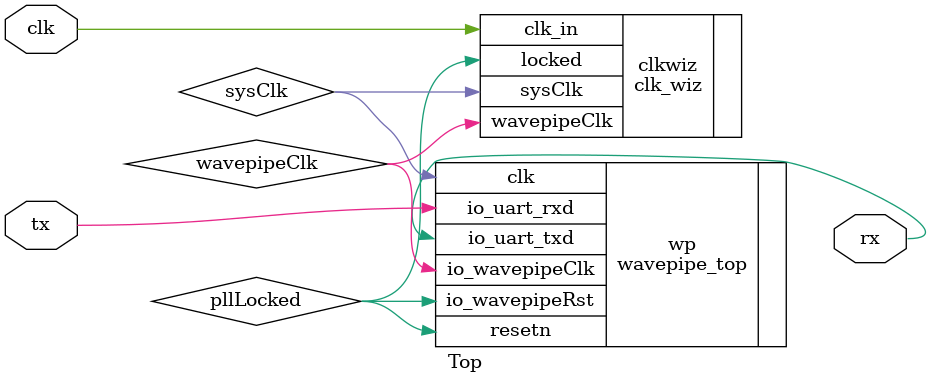
<source format=v>
/*

The MIT License (MIT)

Copyright (c) 2024-present Rice Shelley

Permission is hereby granted, free of charge, to any person obtaining a copy
of this software and associated documentation files (the "Software"), to deal
in the Software without restriction, including without limitation the rights
to use, copy, modify, merge, publish, distribute, sublicense, and/or sell
copies of the Software, and to permit persons to whom the Software is
furnished to do so, subject to the following conditions:

The above copyright notice and this permission notice shall be included in all
copies or substantial portions of the Software.

THE SOFTWARE IS PROVIDED "AS IS", WITHOUT WARRANTY OF ANY KIND, EXPRESS OR
IMPLIED, INCLUDING BUT NOT LIMITED TO THE WARRANTIES OF MERCHANTABILITY,
FITNESS FOR A PARTICULAR PURPOSE AND NONINFRINGEMENT. IN NO EVENT SHALL THE
AUTHORS OR COPYRIGHT HOLDERS BE LIABLE FOR ANY CLAIM, DAMAGES OR OTHER
LIABILITY, WHETHER IN AN ACTION OF CONTRACT, TORT OR OTHERWISE, ARISING FROM,
OUT OF OR IN CONNECTION WITH THE SOFTWARE OR THE USE OR OTHER DEALINGS IN THE
SOFTWARE.

*/

`timescale 1ns / 1ps

module Top (
    input  wire clk,
    input  wire tx,
    output wire rx
);

  wire sysClk;
  wire wavepipeClk;
  wire pllLocked;

  clk_wiz clkwiz (
      .clk_in(clk),
      .sysClk(sysClk),
      .wavepipeClk(wavepipeClk),
      .locked(pllLocked)
  );

  wavepipe_top wp (
      .io_uart_txd(rx),
      .io_uart_rxd(tx),
      .io_wavepipeClk(wavepipeClk),
      .io_wavepipeRst(pllLocked),
      .clk(sysClk),
      .resetn(pllLocked)
  );

endmodule

</source>
